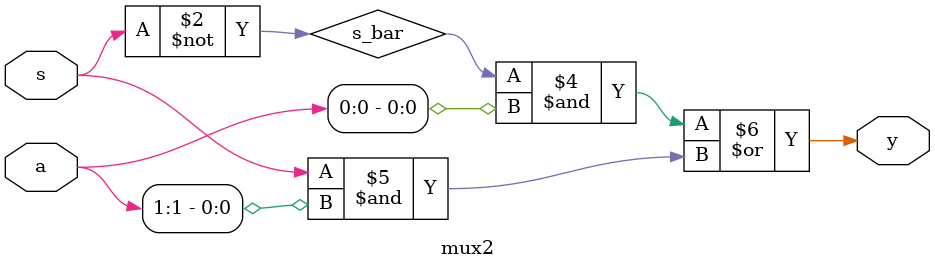
<source format=sv>
`timescale 1ns/1ps
`default_nettype none

module mux2(a, s, y);

    input wire [1:0] a;
    input wire s;
    output logic y; // the last or logic

    // Below is "STRUCTURAL" verilog - explicit hardware

    // inverters: ~
    logic s_bar;
    always_comb s_bar = ~s;

    // logic was declared up top.
    always_comb y = (s_bar & a[0]) | (s & a[1]);

endmodule
</source>
